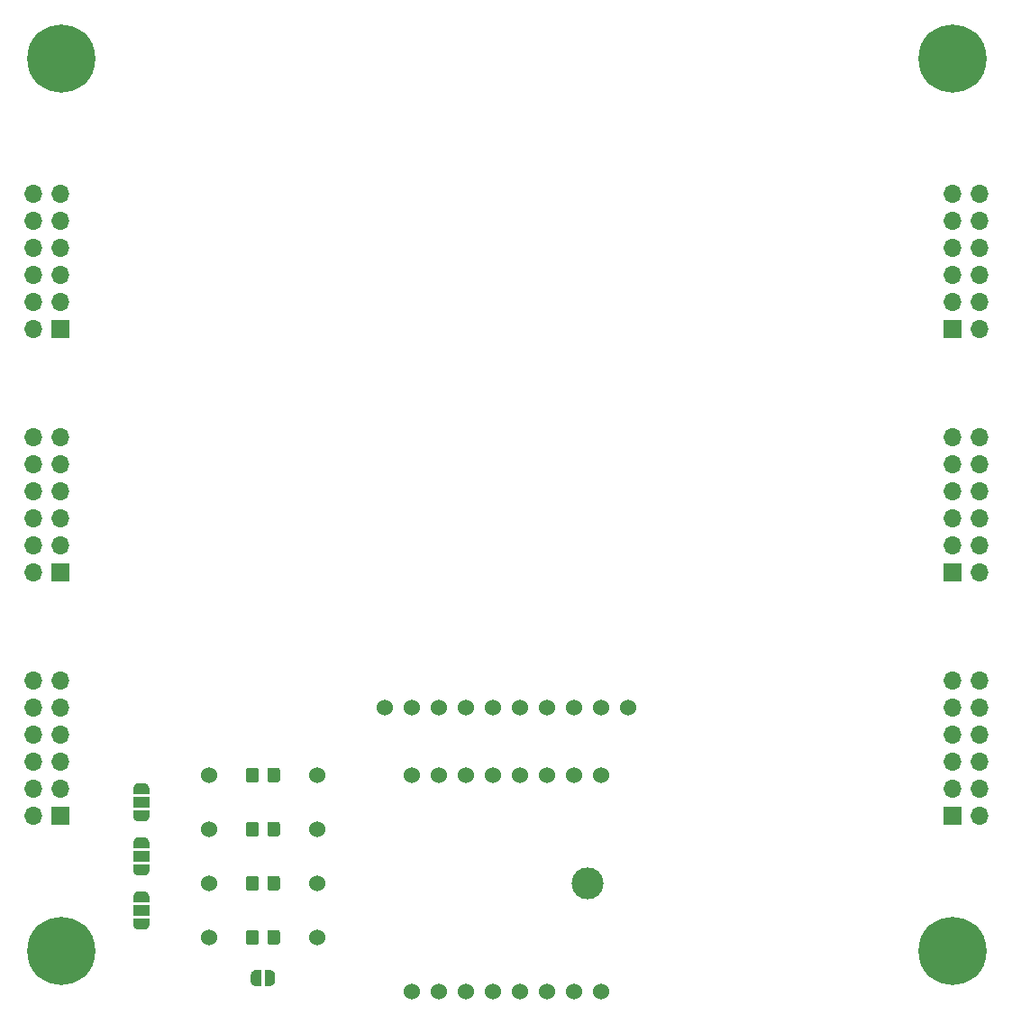
<source format=gbr>
%TF.GenerationSoftware,KiCad,Pcbnew,5.1.10*%
%TF.CreationDate,2021-12-30T18:00:27+01:00*%
%TF.ProjectId,keypad_board,6b657970-6164-45f6-926f-6172642e6b69,rev?*%
%TF.SameCoordinates,Original*%
%TF.FileFunction,Soldermask,Top*%
%TF.FilePolarity,Negative*%
%FSLAX46Y46*%
G04 Gerber Fmt 4.6, Leading zero omitted, Abs format (unit mm)*
G04 Created by KiCad (PCBNEW 5.1.10) date 2021-12-30 18:00:27*
%MOMM*%
%LPD*%
G01*
G04 APERTURE LIST*
%ADD10C,0.100000*%
%ADD11R,1.500000X1.000000*%
%ADD12C,1.524000*%
%ADD13C,3.000000*%
%ADD14C,0.800000*%
%ADD15C,6.400000*%
%ADD16O,1.700000X1.700000*%
%ADD17R,1.700000X1.700000*%
G04 APERTURE END LIST*
D10*
%TO.C,JP1*%
G36*
X83200000Y-133870602D02*
G01*
X83224534Y-133870602D01*
X83273365Y-133875412D01*
X83321490Y-133884984D01*
X83368445Y-133899228D01*
X83413778Y-133918005D01*
X83457051Y-133941136D01*
X83497850Y-133968396D01*
X83535779Y-133999524D01*
X83570476Y-134034221D01*
X83601604Y-134072150D01*
X83628864Y-134112949D01*
X83651995Y-134156222D01*
X83670772Y-134201555D01*
X83685016Y-134248510D01*
X83694588Y-134296635D01*
X83699398Y-134345466D01*
X83699398Y-134370000D01*
X83700000Y-134370000D01*
X83700000Y-134870000D01*
X83699398Y-134870000D01*
X83699398Y-134894534D01*
X83694588Y-134943365D01*
X83685016Y-134991490D01*
X83670772Y-135038445D01*
X83651995Y-135083778D01*
X83628864Y-135127051D01*
X83601604Y-135167850D01*
X83570476Y-135205779D01*
X83535779Y-135240476D01*
X83497850Y-135271604D01*
X83457051Y-135298864D01*
X83413778Y-135321995D01*
X83368445Y-135340772D01*
X83321490Y-135355016D01*
X83273365Y-135364588D01*
X83224534Y-135369398D01*
X83200000Y-135369398D01*
X83200000Y-135370000D01*
X82700000Y-135370000D01*
X82700000Y-133870000D01*
X83200000Y-133870000D01*
X83200000Y-133870602D01*
G37*
G36*
X82400000Y-135370000D02*
G01*
X81900000Y-135370000D01*
X81900000Y-135369398D01*
X81875466Y-135369398D01*
X81826635Y-135364588D01*
X81778510Y-135355016D01*
X81731555Y-135340772D01*
X81686222Y-135321995D01*
X81642949Y-135298864D01*
X81602150Y-135271604D01*
X81564221Y-135240476D01*
X81529524Y-135205779D01*
X81498396Y-135167850D01*
X81471136Y-135127051D01*
X81448005Y-135083778D01*
X81429228Y-135038445D01*
X81414984Y-134991490D01*
X81405412Y-134943365D01*
X81400602Y-134894534D01*
X81400602Y-134870000D01*
X81400000Y-134870000D01*
X81400000Y-134370000D01*
X81400602Y-134370000D01*
X81400602Y-134345466D01*
X81405412Y-134296635D01*
X81414984Y-134248510D01*
X81429228Y-134201555D01*
X81448005Y-134156222D01*
X81471136Y-134112949D01*
X81498396Y-134072150D01*
X81529524Y-134034221D01*
X81564221Y-133999524D01*
X81602150Y-133968396D01*
X81642949Y-133941136D01*
X81686222Y-133918005D01*
X81731555Y-133899228D01*
X81778510Y-133884984D01*
X81826635Y-133875412D01*
X81875466Y-133870602D01*
X81900000Y-133870602D01*
X81900000Y-133870000D01*
X82400000Y-133870000D01*
X82400000Y-135370000D01*
G37*
%TD*%
D11*
%TO.C,JP4*%
X71120000Y-128270000D03*
D10*
G36*
X70370602Y-126970000D02*
G01*
X70370602Y-126945466D01*
X70375412Y-126896635D01*
X70384984Y-126848510D01*
X70399228Y-126801555D01*
X70418005Y-126756222D01*
X70441136Y-126712949D01*
X70468396Y-126672150D01*
X70499524Y-126634221D01*
X70534221Y-126599524D01*
X70572150Y-126568396D01*
X70612949Y-126541136D01*
X70656222Y-126518005D01*
X70701555Y-126499228D01*
X70748510Y-126484984D01*
X70796635Y-126475412D01*
X70845466Y-126470602D01*
X70870000Y-126470602D01*
X70870000Y-126470000D01*
X71370000Y-126470000D01*
X71370000Y-126470602D01*
X71394534Y-126470602D01*
X71443365Y-126475412D01*
X71491490Y-126484984D01*
X71538445Y-126499228D01*
X71583778Y-126518005D01*
X71627051Y-126541136D01*
X71667850Y-126568396D01*
X71705779Y-126599524D01*
X71740476Y-126634221D01*
X71771604Y-126672150D01*
X71798864Y-126712949D01*
X71821995Y-126756222D01*
X71840772Y-126801555D01*
X71855016Y-126848510D01*
X71864588Y-126896635D01*
X71869398Y-126945466D01*
X71869398Y-126970000D01*
X71870000Y-126970000D01*
X71870000Y-127520000D01*
X70370000Y-127520000D01*
X70370000Y-126970000D01*
X70370602Y-126970000D01*
G37*
G36*
X71870000Y-129020000D02*
G01*
X71870000Y-129570000D01*
X71869398Y-129570000D01*
X71869398Y-129594534D01*
X71864588Y-129643365D01*
X71855016Y-129691490D01*
X71840772Y-129738445D01*
X71821995Y-129783778D01*
X71798864Y-129827051D01*
X71771604Y-129867850D01*
X71740476Y-129905779D01*
X71705779Y-129940476D01*
X71667850Y-129971604D01*
X71627051Y-129998864D01*
X71583778Y-130021995D01*
X71538445Y-130040772D01*
X71491490Y-130055016D01*
X71443365Y-130064588D01*
X71394534Y-130069398D01*
X71370000Y-130069398D01*
X71370000Y-130070000D01*
X70870000Y-130070000D01*
X70870000Y-130069398D01*
X70845466Y-130069398D01*
X70796635Y-130064588D01*
X70748510Y-130055016D01*
X70701555Y-130040772D01*
X70656222Y-130021995D01*
X70612949Y-129998864D01*
X70572150Y-129971604D01*
X70534221Y-129940476D01*
X70499524Y-129905779D01*
X70468396Y-129867850D01*
X70441136Y-129827051D01*
X70418005Y-129783778D01*
X70399228Y-129738445D01*
X70384984Y-129691490D01*
X70375412Y-129643365D01*
X70370602Y-129594534D01*
X70370602Y-129570000D01*
X70370000Y-129570000D01*
X70370000Y-129020000D01*
X71870000Y-129020000D01*
G37*
%TD*%
D11*
%TO.C,JP3*%
X71120000Y-123190000D03*
D10*
G36*
X70370602Y-121890000D02*
G01*
X70370602Y-121865466D01*
X70375412Y-121816635D01*
X70384984Y-121768510D01*
X70399228Y-121721555D01*
X70418005Y-121676222D01*
X70441136Y-121632949D01*
X70468396Y-121592150D01*
X70499524Y-121554221D01*
X70534221Y-121519524D01*
X70572150Y-121488396D01*
X70612949Y-121461136D01*
X70656222Y-121438005D01*
X70701555Y-121419228D01*
X70748510Y-121404984D01*
X70796635Y-121395412D01*
X70845466Y-121390602D01*
X70870000Y-121390602D01*
X70870000Y-121390000D01*
X71370000Y-121390000D01*
X71370000Y-121390602D01*
X71394534Y-121390602D01*
X71443365Y-121395412D01*
X71491490Y-121404984D01*
X71538445Y-121419228D01*
X71583778Y-121438005D01*
X71627051Y-121461136D01*
X71667850Y-121488396D01*
X71705779Y-121519524D01*
X71740476Y-121554221D01*
X71771604Y-121592150D01*
X71798864Y-121632949D01*
X71821995Y-121676222D01*
X71840772Y-121721555D01*
X71855016Y-121768510D01*
X71864588Y-121816635D01*
X71869398Y-121865466D01*
X71869398Y-121890000D01*
X71870000Y-121890000D01*
X71870000Y-122440000D01*
X70370000Y-122440000D01*
X70370000Y-121890000D01*
X70370602Y-121890000D01*
G37*
G36*
X71870000Y-123940000D02*
G01*
X71870000Y-124490000D01*
X71869398Y-124490000D01*
X71869398Y-124514534D01*
X71864588Y-124563365D01*
X71855016Y-124611490D01*
X71840772Y-124658445D01*
X71821995Y-124703778D01*
X71798864Y-124747051D01*
X71771604Y-124787850D01*
X71740476Y-124825779D01*
X71705779Y-124860476D01*
X71667850Y-124891604D01*
X71627051Y-124918864D01*
X71583778Y-124941995D01*
X71538445Y-124960772D01*
X71491490Y-124975016D01*
X71443365Y-124984588D01*
X71394534Y-124989398D01*
X71370000Y-124989398D01*
X71370000Y-124990000D01*
X70870000Y-124990000D01*
X70870000Y-124989398D01*
X70845466Y-124989398D01*
X70796635Y-124984588D01*
X70748510Y-124975016D01*
X70701555Y-124960772D01*
X70656222Y-124941995D01*
X70612949Y-124918864D01*
X70572150Y-124891604D01*
X70534221Y-124860476D01*
X70499524Y-124825779D01*
X70468396Y-124787850D01*
X70441136Y-124747051D01*
X70418005Y-124703778D01*
X70399228Y-124658445D01*
X70384984Y-124611490D01*
X70375412Y-124563365D01*
X70370602Y-124514534D01*
X70370602Y-124490000D01*
X70370000Y-124490000D01*
X70370000Y-123940000D01*
X71870000Y-123940000D01*
G37*
%TD*%
D11*
%TO.C,JP2*%
X71120000Y-118110000D03*
D10*
G36*
X70370602Y-116810000D02*
G01*
X70370602Y-116785466D01*
X70375412Y-116736635D01*
X70384984Y-116688510D01*
X70399228Y-116641555D01*
X70418005Y-116596222D01*
X70441136Y-116552949D01*
X70468396Y-116512150D01*
X70499524Y-116474221D01*
X70534221Y-116439524D01*
X70572150Y-116408396D01*
X70612949Y-116381136D01*
X70656222Y-116358005D01*
X70701555Y-116339228D01*
X70748510Y-116324984D01*
X70796635Y-116315412D01*
X70845466Y-116310602D01*
X70870000Y-116310602D01*
X70870000Y-116310000D01*
X71370000Y-116310000D01*
X71370000Y-116310602D01*
X71394534Y-116310602D01*
X71443365Y-116315412D01*
X71491490Y-116324984D01*
X71538445Y-116339228D01*
X71583778Y-116358005D01*
X71627051Y-116381136D01*
X71667850Y-116408396D01*
X71705779Y-116439524D01*
X71740476Y-116474221D01*
X71771604Y-116512150D01*
X71798864Y-116552949D01*
X71821995Y-116596222D01*
X71840772Y-116641555D01*
X71855016Y-116688510D01*
X71864588Y-116736635D01*
X71869398Y-116785466D01*
X71869398Y-116810000D01*
X71870000Y-116810000D01*
X71870000Y-117360000D01*
X70370000Y-117360000D01*
X70370000Y-116810000D01*
X70370602Y-116810000D01*
G37*
G36*
X71870000Y-118860000D02*
G01*
X71870000Y-119410000D01*
X71869398Y-119410000D01*
X71869398Y-119434534D01*
X71864588Y-119483365D01*
X71855016Y-119531490D01*
X71840772Y-119578445D01*
X71821995Y-119623778D01*
X71798864Y-119667051D01*
X71771604Y-119707850D01*
X71740476Y-119745779D01*
X71705779Y-119780476D01*
X71667850Y-119811604D01*
X71627051Y-119838864D01*
X71583778Y-119861995D01*
X71538445Y-119880772D01*
X71491490Y-119895016D01*
X71443365Y-119904588D01*
X71394534Y-119909398D01*
X71370000Y-119909398D01*
X71370000Y-119910000D01*
X70870000Y-119910000D01*
X70870000Y-119909398D01*
X70845466Y-119909398D01*
X70796635Y-119904588D01*
X70748510Y-119895016D01*
X70701555Y-119880772D01*
X70656222Y-119861995D01*
X70612949Y-119838864D01*
X70572150Y-119811604D01*
X70534221Y-119780476D01*
X70499524Y-119745779D01*
X70468396Y-119707850D01*
X70441136Y-119667051D01*
X70418005Y-119623778D01*
X70399228Y-119578445D01*
X70384984Y-119531490D01*
X70375412Y-119483365D01*
X70370602Y-119434534D01*
X70370602Y-119410000D01*
X70370000Y-119410000D01*
X70370000Y-118860000D01*
X71870000Y-118860000D01*
G37*
%TD*%
D12*
%TO.C,R4*%
X77470000Y-130810000D03*
X87630000Y-130810000D03*
G36*
G01*
X82150000Y-130359999D02*
X82150000Y-131260001D01*
G75*
G02*
X81900001Y-131510000I-249999J0D01*
G01*
X81199999Y-131510000D01*
G75*
G02*
X80950000Y-131260001I0J249999D01*
G01*
X80950000Y-130359999D01*
G75*
G02*
X81199999Y-130110000I249999J0D01*
G01*
X81900001Y-130110000D01*
G75*
G02*
X82150000Y-130359999I0J-249999D01*
G01*
G37*
G36*
G01*
X84150000Y-130359999D02*
X84150000Y-131260001D01*
G75*
G02*
X83900001Y-131510000I-249999J0D01*
G01*
X83199999Y-131510000D01*
G75*
G02*
X82950000Y-131260001I0J249999D01*
G01*
X82950000Y-130359999D01*
G75*
G02*
X83199999Y-130110000I249999J0D01*
G01*
X83900001Y-130110000D01*
G75*
G02*
X84150000Y-130359999I0J-249999D01*
G01*
G37*
%TD*%
%TO.C,R3*%
X87630000Y-125730000D03*
X77470000Y-125730000D03*
G36*
G01*
X82950000Y-126180001D02*
X82950000Y-125279999D01*
G75*
G02*
X83199999Y-125030000I249999J0D01*
G01*
X83900001Y-125030000D01*
G75*
G02*
X84150000Y-125279999I0J-249999D01*
G01*
X84150000Y-126180001D01*
G75*
G02*
X83900001Y-126430000I-249999J0D01*
G01*
X83199999Y-126430000D01*
G75*
G02*
X82950000Y-126180001I0J249999D01*
G01*
G37*
G36*
G01*
X80950000Y-126180001D02*
X80950000Y-125279999D01*
G75*
G02*
X81199999Y-125030000I249999J0D01*
G01*
X81900001Y-125030000D01*
G75*
G02*
X82150000Y-125279999I0J-249999D01*
G01*
X82150000Y-126180001D01*
G75*
G02*
X81900001Y-126430000I-249999J0D01*
G01*
X81199999Y-126430000D01*
G75*
G02*
X80950000Y-126180001I0J249999D01*
G01*
G37*
%TD*%
%TO.C,R2*%
X87630000Y-120650000D03*
X77470000Y-120650000D03*
G36*
G01*
X82950000Y-121100001D02*
X82950000Y-120199999D01*
G75*
G02*
X83199999Y-119950000I249999J0D01*
G01*
X83900001Y-119950000D01*
G75*
G02*
X84150000Y-120199999I0J-249999D01*
G01*
X84150000Y-121100001D01*
G75*
G02*
X83900001Y-121350000I-249999J0D01*
G01*
X83199999Y-121350000D01*
G75*
G02*
X82950000Y-121100001I0J249999D01*
G01*
G37*
G36*
G01*
X80950000Y-121100001D02*
X80950000Y-120199999D01*
G75*
G02*
X81199999Y-119950000I249999J0D01*
G01*
X81900001Y-119950000D01*
G75*
G02*
X82150000Y-120199999I0J-249999D01*
G01*
X82150000Y-121100001D01*
G75*
G02*
X81900001Y-121350000I-249999J0D01*
G01*
X81199999Y-121350000D01*
G75*
G02*
X80950000Y-121100001I0J249999D01*
G01*
G37*
%TD*%
%TO.C,R1*%
X87630000Y-115570000D03*
X77470000Y-115570000D03*
G36*
G01*
X82950000Y-116020001D02*
X82950000Y-115119999D01*
G75*
G02*
X83199999Y-114870000I249999J0D01*
G01*
X83900001Y-114870000D01*
G75*
G02*
X84150000Y-115119999I0J-249999D01*
G01*
X84150000Y-116020001D01*
G75*
G02*
X83900001Y-116270000I-249999J0D01*
G01*
X83199999Y-116270000D01*
G75*
G02*
X82950000Y-116020001I0J249999D01*
G01*
G37*
G36*
G01*
X80950000Y-116020001D02*
X80950000Y-115119999D01*
G75*
G02*
X81199999Y-114870000I249999J0D01*
G01*
X81900001Y-114870000D01*
G75*
G02*
X82150000Y-115119999I0J-249999D01*
G01*
X82150000Y-116020001D01*
G75*
G02*
X81900001Y-116270000I-249999J0D01*
G01*
X81199999Y-116270000D01*
G75*
G02*
X80950000Y-116020001I0J249999D01*
G01*
G37*
%TD*%
%TO.C,U3*%
X116840000Y-109220000D03*
X93980000Y-109220000D03*
X114300000Y-109220000D03*
X96520000Y-109220000D03*
X111760000Y-109220000D03*
X99060000Y-109220000D03*
X109220000Y-109220000D03*
X101600000Y-109220000D03*
X106680000Y-109220000D03*
X104140000Y-109220000D03*
%TD*%
D13*
%TO.C,U1*%
X113030000Y-125730000D03*
D12*
X96520000Y-115570000D03*
X99060000Y-115570000D03*
X101600000Y-115570000D03*
X104140000Y-115570000D03*
X106680000Y-115570000D03*
X109220000Y-115570000D03*
X111760000Y-115570000D03*
X114300000Y-115570000D03*
X114300000Y-135890000D03*
X111760000Y-135890000D03*
X109220000Y-135890000D03*
X106680000Y-135890000D03*
X104140000Y-135890000D03*
X101600000Y-135890000D03*
X99060000Y-135890000D03*
X96520000Y-135890000D03*
%TD*%
D14*
%TO.C,H4*%
X149017056Y-130382944D03*
X147320000Y-129680000D03*
X145622944Y-130382944D03*
X144920000Y-132080000D03*
X145622944Y-133777056D03*
X147320000Y-134480000D03*
X149017056Y-133777056D03*
X149720000Y-132080000D03*
D15*
X147320000Y-132080000D03*
%TD*%
D14*
%TO.C,H3*%
X149017056Y-46562944D03*
X147320000Y-45860000D03*
X145622944Y-46562944D03*
X144920000Y-48260000D03*
X145622944Y-49957056D03*
X147320000Y-50660000D03*
X149017056Y-49957056D03*
X149720000Y-48260000D03*
D15*
X147320000Y-48260000D03*
%TD*%
D14*
%TO.C,H2*%
X65337056Y-130382944D03*
X63640000Y-129680000D03*
X61942944Y-130382944D03*
X61240000Y-132080000D03*
X61942944Y-133777056D03*
X63640000Y-134480000D03*
X65337056Y-133777056D03*
X66040000Y-132080000D03*
D15*
X63640000Y-132080000D03*
%TD*%
D14*
%TO.C,H1*%
X65337056Y-46562944D03*
X63640000Y-45860000D03*
X61942944Y-46562944D03*
X61240000Y-48260000D03*
X61942944Y-49957056D03*
X63640000Y-50660000D03*
X65337056Y-49957056D03*
X66040000Y-48260000D03*
D15*
X63640000Y-48260000D03*
%TD*%
D16*
%TO.C,J9*%
X149860000Y-60960000D03*
X147320000Y-60960000D03*
X149860000Y-63500000D03*
X147320000Y-63500000D03*
X149860000Y-66040000D03*
X147320000Y-66040000D03*
X149860000Y-68580000D03*
X147320000Y-68580000D03*
X149860000Y-71120000D03*
X147320000Y-71120000D03*
X149860000Y-73660000D03*
D17*
X147320000Y-73660000D03*
%TD*%
D16*
%TO.C,J8*%
X149860000Y-83820000D03*
X147320000Y-83820000D03*
X149860000Y-86360000D03*
X147320000Y-86360000D03*
X149860000Y-88900000D03*
X147320000Y-88900000D03*
X149860000Y-91440000D03*
X147320000Y-91440000D03*
X149860000Y-93980000D03*
X147320000Y-93980000D03*
X149860000Y-96520000D03*
D17*
X147320000Y-96520000D03*
%TD*%
D16*
%TO.C,J7*%
X149860000Y-106680000D03*
X147320000Y-106680000D03*
X149860000Y-109220000D03*
X147320000Y-109220000D03*
X149860000Y-111760000D03*
X147320000Y-111760000D03*
X149860000Y-114300000D03*
X147320000Y-114300000D03*
X149860000Y-116840000D03*
X147320000Y-116840000D03*
X149860000Y-119380000D03*
D17*
X147320000Y-119380000D03*
%TD*%
D16*
%TO.C,J3*%
X60960000Y-60960000D03*
X63500000Y-60960000D03*
X60960000Y-63500000D03*
X63500000Y-63500000D03*
X60960000Y-66040000D03*
X63500000Y-66040000D03*
X60960000Y-68580000D03*
X63500000Y-68580000D03*
X60960000Y-71120000D03*
X63500000Y-71120000D03*
X60960000Y-73660000D03*
D17*
X63500000Y-73660000D03*
%TD*%
D16*
%TO.C,J2*%
X60960000Y-83820000D03*
X63500000Y-83820000D03*
X60960000Y-86360000D03*
X63500000Y-86360000D03*
X60960000Y-88900000D03*
X63500000Y-88900000D03*
X60960000Y-91440000D03*
X63500000Y-91440000D03*
X60960000Y-93980000D03*
X63500000Y-93980000D03*
X60960000Y-96520000D03*
D17*
X63500000Y-96520000D03*
%TD*%
D16*
%TO.C,J1*%
X60960000Y-106680000D03*
X63500000Y-106680000D03*
X60960000Y-109220000D03*
X63500000Y-109220000D03*
X60960000Y-111760000D03*
X63500000Y-111760000D03*
X60960000Y-114300000D03*
X63500000Y-114300000D03*
X60960000Y-116840000D03*
X63500000Y-116840000D03*
X60960000Y-119380000D03*
D17*
X63500000Y-119380000D03*
%TD*%
M02*

</source>
